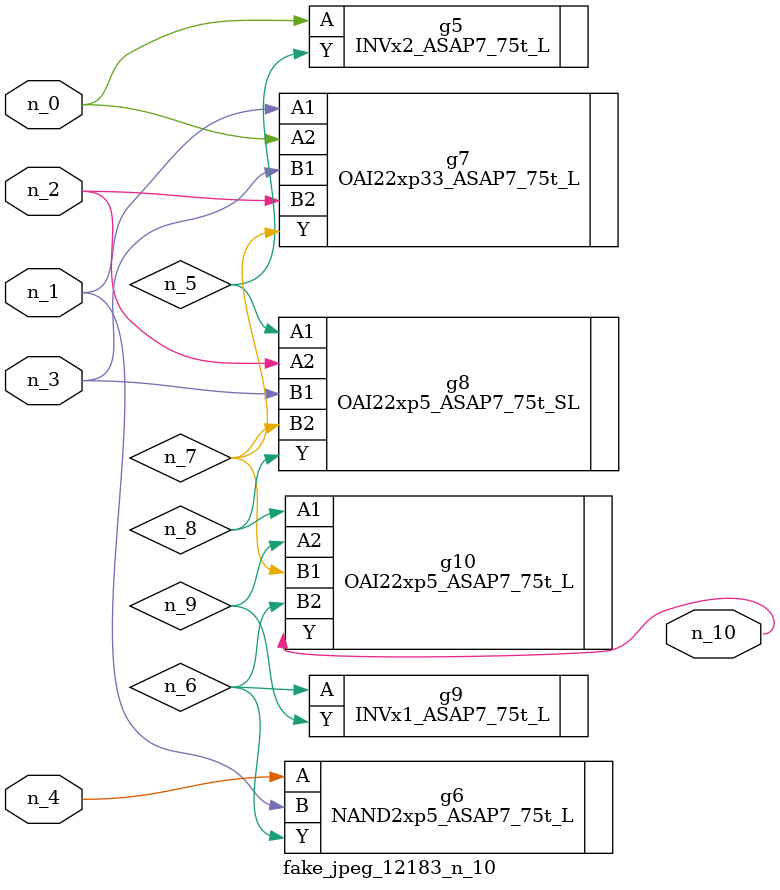
<source format=v>
module fake_jpeg_12183_n_10 (n_3, n_2, n_1, n_0, n_4, n_10);

input n_3;
input n_2;
input n_1;
input n_0;
input n_4;

output n_10;

wire n_8;
wire n_9;
wire n_6;
wire n_5;
wire n_7;

INVx2_ASAP7_75t_L g5 ( 
.A(n_0),
.Y(n_5)
);

NAND2xp5_ASAP7_75t_L g6 ( 
.A(n_4),
.B(n_1),
.Y(n_6)
);

OAI22xp33_ASAP7_75t_L g7 ( 
.A1(n_1),
.A2(n_0),
.B1(n_3),
.B2(n_2),
.Y(n_7)
);

OAI22xp5_ASAP7_75t_SL g8 ( 
.A1(n_5),
.A2(n_2),
.B1(n_3),
.B2(n_7),
.Y(n_8)
);

OAI22xp5_ASAP7_75t_L g10 ( 
.A1(n_8),
.A2(n_9),
.B1(n_7),
.B2(n_6),
.Y(n_10)
);

INVx1_ASAP7_75t_L g9 ( 
.A(n_6),
.Y(n_9)
);


endmodule
</source>
